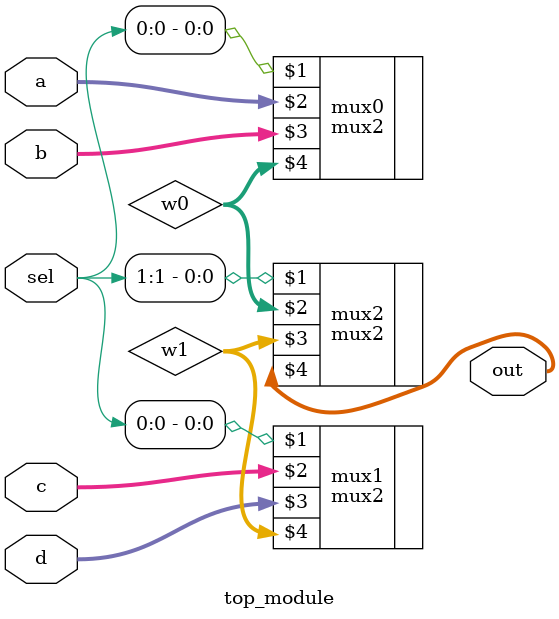
<source format=v>
module top_module (
    input [1:0] sel,
    input [7:0] a,
    input [7:0] b,
    input [7:0] c,
    input [7:0] d,
    output [7:0] out  ); //

    wire [7:0] w0, w1;
    mux2 mux0 ( sel[0], a, b, w0);
    mux2 mux1 ( sel[0], c, d, w1);
    mux2 mux2 ( sel[1], w0, w1, out);

endmodule
</source>
